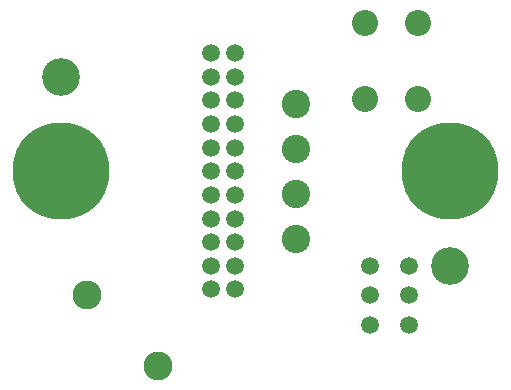
<source format=gts>
G04*
G04 #@! TF.GenerationSoftware,Altium Limited,Altium Designer,20.1.8 (145)*
G04*
G04 Layer_Color=8388736*
%FSTAX43Y43*%
%MOMM*%
G71*
G04*
G04 #@! TF.SameCoordinates,DCFB0F7C-07F7-4DEC-9F4C-8A45A990D123*
G04*
G04*
G04 #@! TF.FilePolarity,Negative*
G04*
G01*
G75*
%ADD10C,1.503*%
%ADD11C,2.403*%
%ADD12C,3.203*%
%ADD13C,2.203*%
%ADD14C,2.453*%
%ADD15C,8.203*%
D10*
X009325Y0085D02*
D03*
Y0083D02*
D03*
Y0081D02*
D03*
Y0079D02*
D03*
Y0077D02*
D03*
Y0075D02*
D03*
Y0073D02*
D03*
Y0071D02*
D03*
Y0069D02*
D03*
Y0067D02*
D03*
Y0065D02*
D03*
X009125Y0081D02*
D03*
Y0083D02*
D03*
Y0085D02*
D03*
Y0073D02*
D03*
Y0075D02*
D03*
Y0077D02*
D03*
Y0079D02*
D03*
Y0065D02*
D03*
Y0067D02*
D03*
Y0069D02*
D03*
Y0071D02*
D03*
X01047Y0067D02*
D03*
Y00645D02*
D03*
Y0062D02*
D03*
X0108Y0067D02*
D03*
Y00645D02*
D03*
Y0062D02*
D03*
D11*
X00984Y0080715D02*
D03*
Y0076905D02*
D03*
Y0073095D02*
D03*
Y0069285D02*
D03*
D12*
X01115Y0067D02*
D03*
X00785Y0083D02*
D03*
D13*
X0104289Y0081095D02*
D03*
X0108789D02*
D03*
X0104289Y0087595D02*
D03*
X0108789D02*
D03*
D14*
X008075Y00645D02*
D03*
X008675Y00585D02*
D03*
D15*
X01115Y0075D02*
D03*
X00785D02*
D03*
M02*

</source>
